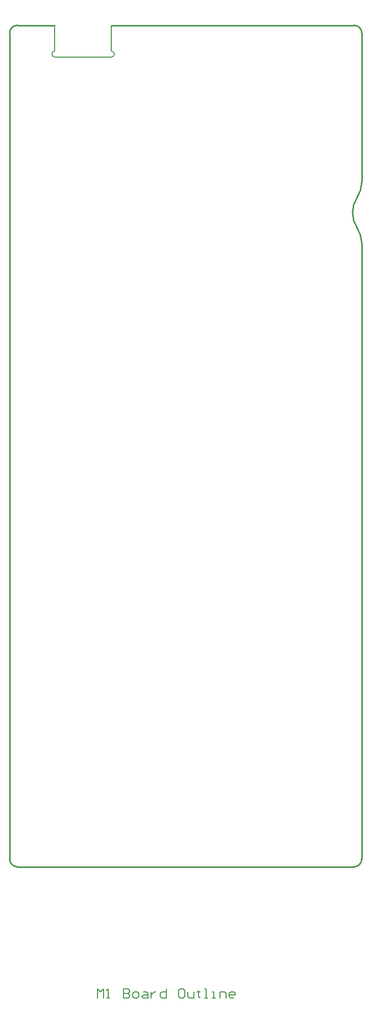
<source format=gm1>
G04*
G04 #@! TF.GenerationSoftware,Altium Limited,Altium Designer,20.1.14 (287)*
G04*
G04 Layer_Color=11296232*
%FSAX25Y25*%
%MOIN*%
G70*
G04*
G04 #@! TF.SameCoordinates,A9E8F4E5-7F2A-47C3-BED5-AE4669AA653D*
G04*
G04*
G04 #@! TF.FilePolarity,Positive*
G04*
G01*
G75*
%ADD13C,0.01000*%
%ADD15C,0.00591*%
%ADD19C,0.00800*%
G54D13*
X0296200Y0590900D02*
G03*
X0296200Y0570900I0015167J-0010000D01*
G01*
X0299200Y0560900D02*
G03*
X0296200Y0570900I-0018167J0000000D01*
G01*
Y0590900D02*
G03*
X0299200Y0600900I-0015167J0010000D01*
G01*
X0069200Y0158400D02*
G03*
X0074200Y0153400I0005000J0000000D01*
G01*
X0299200Y0698400D02*
G03*
X0294200Y0703400I-0005000J0000000D01*
G01*
X0074200D02*
G03*
X0069200Y0698400I0000000J-0005000D01*
G01*
X0294200Y0153400D02*
G03*
X0299200Y0158400I0000000J0005000D01*
G01*
X0074200Y0703400D02*
X0098728D01*
X0135735D02*
X0294200D01*
X0299200Y0600900D02*
Y0698400D01*
Y0158400D02*
Y0560900D01*
X0074200Y0153400D02*
X0294200D01*
X0069200Y0158400D02*
Y0698400D01*
G54D15*
X0098728Y0686550D02*
G03*
X0096759Y0684581I0000000J-0001969D01*
G01*
D02*
G03*
X0098728Y0682613I0001969J0000000D01*
G01*
X0135735Y0682613D02*
G03*
X0137704Y0684581I0000000J0001969D01*
G01*
Y0684581D02*
G03*
X0135735Y0686550I-0001969J0000000D01*
G01*
X0098728D02*
Y0703400D01*
Y0682613D02*
X0135735D01*
Y0686550D02*
Y0703400D01*
G54D19*
X0126714Y0067570D02*
Y0073568D01*
X0128713Y0071569D01*
X0130712Y0073568D01*
Y0067570D01*
X0132712D02*
X0134711D01*
X0133712D01*
Y0073568D01*
X0132712Y0072569D01*
X0143708Y0073568D02*
Y0067570D01*
X0146707D01*
X0147707Y0068570D01*
Y0069570D01*
X0146707Y0070569D01*
X0143708D01*
X0146707D01*
X0147707Y0071569D01*
Y0072569D01*
X0146707Y0073568D01*
X0143708D01*
X0150706Y0067570D02*
X0152705D01*
X0153705Y0068570D01*
Y0070569D01*
X0152705Y0071569D01*
X0150706D01*
X0149706Y0070569D01*
Y0068570D01*
X0150706Y0067570D01*
X0156704Y0071569D02*
X0158703D01*
X0159703Y0070569D01*
Y0067570D01*
X0156704D01*
X0155704Y0068570D01*
X0156704Y0069570D01*
X0159703D01*
X0161703Y0071569D02*
Y0067570D01*
Y0069570D01*
X0162702Y0070569D01*
X0163702Y0071569D01*
X0164701D01*
X0171699Y0073568D02*
Y0067570D01*
X0168700D01*
X0167701Y0068570D01*
Y0070569D01*
X0168700Y0071569D01*
X0171699D01*
X0182696Y0073568D02*
X0180696D01*
X0179697Y0072569D01*
Y0068570D01*
X0180696Y0067570D01*
X0182696D01*
X0183695Y0068570D01*
Y0072569D01*
X0182696Y0073568D01*
X0185695Y0071569D02*
Y0068570D01*
X0186694Y0067570D01*
X0189693D01*
Y0071569D01*
X0192692Y0072569D02*
Y0071569D01*
X0191693D01*
X0193692D01*
X0192692D01*
Y0068570D01*
X0193692Y0067570D01*
X0196691D02*
X0198690D01*
X0197691D01*
Y0073568D01*
X0196691D01*
X0201690Y0067570D02*
X0203689D01*
X0202689D01*
Y0071569D01*
X0201690D01*
X0206688Y0067570D02*
Y0071569D01*
X0209687D01*
X0210687Y0070569D01*
Y0067570D01*
X0215685D02*
X0213686D01*
X0212686Y0068570D01*
Y0070569D01*
X0213686Y0071569D01*
X0215685D01*
X0216685Y0070569D01*
Y0069570D01*
X0212686D01*
M02*

</source>
